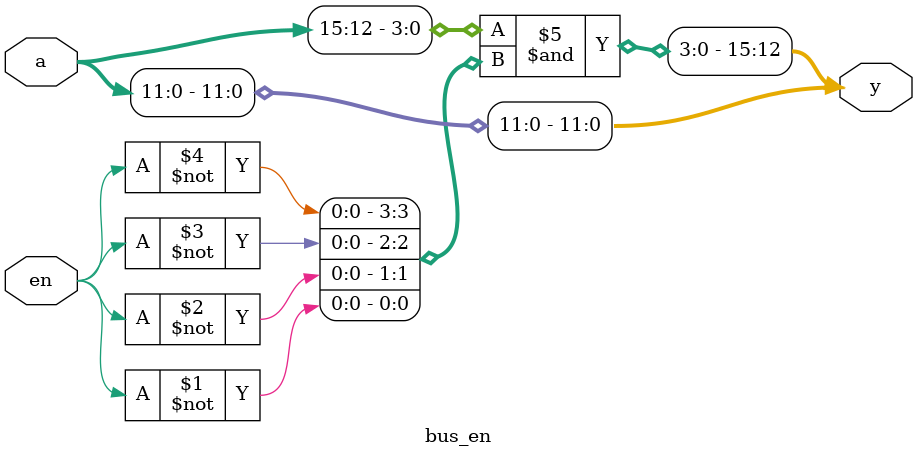
<source format=v>
module bus_en
(
	input [15:0] a,
	input en,
	output [15:0] y
);
	assign y[15:12] = a[15:12] & {~en, ~en, ~en, ~en};
	assign y[11:0] = a[11:0];

endmodule

</source>
